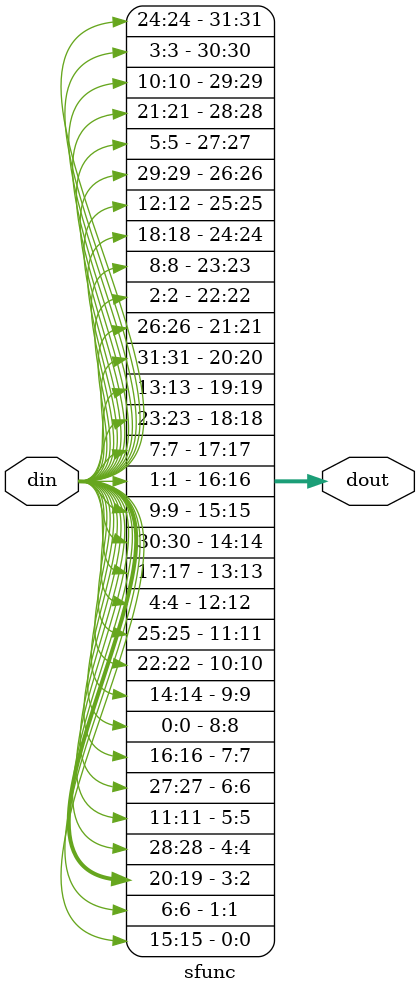
<source format=sv>
/*
File     : pfunc.sv
Designer : Dustin Brothers <github.com/rdustinb>
Date     : April 28, 2011
Abstract : Performs a simple bit-level transposition
         of all 32-bits after combination of the 
         f(R,K) function.

-----------------------------------------------------
Description    :
   This function is very simple and similar to the 
Initial Permutation in that it just remaps the 32-bit
field order.

ToDo           :
   Complete logic 
   Simulate and verify 

Known Issues   :

-----------------------------------------------------
Development Log
-----------------------------------------------------
Date        Init     Description
-----------------------------------------------------
04/23/11    DB       Initial Design
-----------------------------------------------------
*/

`timescale 1ns/100ps

module sfunc(
   input [31:0]      din,
   output [31:0]     dout
   );

// Permutation Function
assign dout = {
   din[24],din[3],din[10],din[21],
   din[5],din[29],din[12],din[18],
   din[8],din[2],din[26],din[31],
   din[13],din[23],din[7],din[1],
   din[9],din[30],din[17],din[4],
   din[25],din[22],din[14],din[0],
   din[16],din[27],din[11],din[28],
   din[20],din[19],din[6],din[15]
   };

endmodule

</source>
